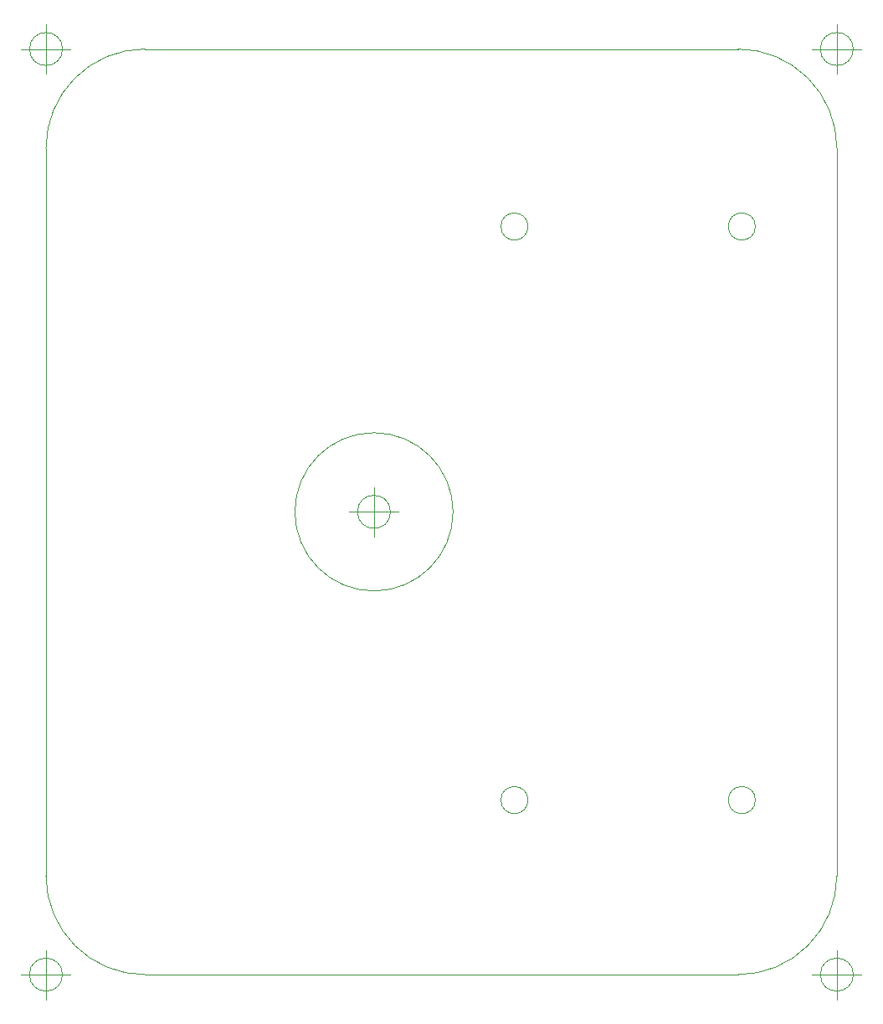
<source format=gm1>
%TF.GenerationSoftware,KiCad,Pcbnew,(6.0.1)*%
%TF.CreationDate,2022-04-29T11:18:46-05:00*%
%TF.ProjectId,Payload_Altimeter,5061796c-6f61-4645-9f41-6c74696d6574,rev?*%
%TF.SameCoordinates,Original*%
%TF.FileFunction,Profile,NP*%
%FSLAX46Y46*%
G04 Gerber Fmt 4.6, Leading zero omitted, Abs format (unit mm)*
G04 Created by KiCad (PCBNEW (6.0.1)) date 2022-04-29 11:18:46*
%MOMM*%
%LPD*%
G01*
G04 APERTURE LIST*
%TA.AperFunction,Profile*%
%ADD10C,0.050000*%
%TD*%
G04 APERTURE END LIST*
D10*
X149999912Y-143599912D02*
X89999912Y-143599912D01*
X79999912Y-133599912D02*
X79999912Y-59999912D01*
X89999912Y-49999912D02*
G75*
G03*
X79999912Y-59999912I-1J-9999999D01*
G01*
X79999912Y-133599912D02*
G75*
G03*
X89999912Y-143599912I9999999J-1D01*
G01*
X128757801Y-67949468D02*
G75*
G03*
X128757801Y-67949468I-1370328J0D01*
G01*
X159999912Y-59999912D02*
X159999912Y-133599912D01*
X159999912Y-59999912D02*
G75*
G03*
X149999912Y-49999912I-9999999J1D01*
G01*
X128757801Y-125949468D02*
G75*
G03*
X128757801Y-125949468I-1370328J0D01*
G01*
X89999912Y-49999912D02*
X149999912Y-49999912D01*
X149999912Y-143599912D02*
G75*
G03*
X159999912Y-133599912I1J9999999D01*
G01*
X151757801Y-125949468D02*
G75*
G03*
X151757801Y-125949468I-1370328J0D01*
G01*
X121179912Y-96799912D02*
G75*
G03*
X121179912Y-96799912I-8000000J0D01*
G01*
X151757801Y-67949468D02*
G75*
G03*
X151757801Y-67949468I-1370328J0D01*
G01*
X161666578Y-143599912D02*
G75*
G03*
X161666578Y-143599912I-1666666J0D01*
G01*
X157499912Y-143599912D02*
X162499912Y-143599912D01*
X159999912Y-141099912D02*
X159999912Y-146099912D01*
X81666578Y-143599912D02*
G75*
G03*
X81666578Y-143599912I-1666666J0D01*
G01*
X77499912Y-143599912D02*
X82499912Y-143599912D01*
X79999912Y-141099912D02*
X79999912Y-146099912D01*
X161666578Y-49999912D02*
G75*
G03*
X161666578Y-49999912I-1666666J0D01*
G01*
X157499912Y-49999912D02*
X162499912Y-49999912D01*
X159999912Y-47499912D02*
X159999912Y-52499912D01*
X81666578Y-49999912D02*
G75*
G03*
X81666578Y-49999912I-1666666J0D01*
G01*
X77499912Y-49999912D02*
X82499912Y-49999912D01*
X79999912Y-47499912D02*
X79999912Y-52499912D01*
X114846578Y-96799912D02*
G75*
G03*
X114846578Y-96799912I-1666666J0D01*
G01*
X110679912Y-96799912D02*
X115679912Y-96799912D01*
X113179912Y-94299912D02*
X113179912Y-99299912D01*
M02*

</source>
